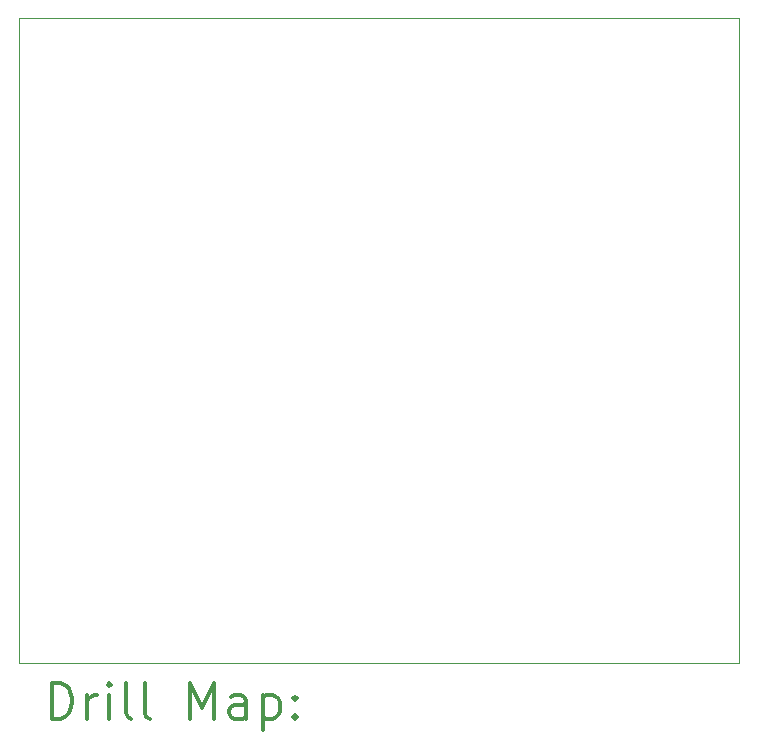
<source format=gbr>
%FSLAX45Y45*%
G04 Gerber Fmt 4.5, Leading zero omitted, Abs format (unit mm)*
G04 Created by KiCad (PCBNEW (5.1.12)-1) date 2022-05-14 07:58:42*
%MOMM*%
%LPD*%
G01*
G04 APERTURE LIST*
%TA.AperFunction,Profile*%
%ADD10C,0.100000*%
%TD*%
%ADD11C,0.200000*%
%ADD12C,0.300000*%
G04 APERTURE END LIST*
D10*
X14732000Y-6858000D02*
X14732000Y-12319000D01*
X8636000Y-6858000D02*
X14732000Y-6858000D01*
X8636000Y-12319000D02*
X8636000Y-6858000D01*
X14732000Y-12319000D02*
X8636000Y-12319000D01*
D11*
D12*
X8917428Y-12789714D02*
X8917428Y-12489714D01*
X8988857Y-12489714D01*
X9031714Y-12504000D01*
X9060286Y-12532571D01*
X9074571Y-12561143D01*
X9088857Y-12618286D01*
X9088857Y-12661143D01*
X9074571Y-12718286D01*
X9060286Y-12746857D01*
X9031714Y-12775429D01*
X8988857Y-12789714D01*
X8917428Y-12789714D01*
X9217428Y-12789714D02*
X9217428Y-12589714D01*
X9217428Y-12646857D02*
X9231714Y-12618286D01*
X9246000Y-12604000D01*
X9274571Y-12589714D01*
X9303143Y-12589714D01*
X9403143Y-12789714D02*
X9403143Y-12589714D01*
X9403143Y-12489714D02*
X9388857Y-12504000D01*
X9403143Y-12518286D01*
X9417428Y-12504000D01*
X9403143Y-12489714D01*
X9403143Y-12518286D01*
X9588857Y-12789714D02*
X9560286Y-12775429D01*
X9546000Y-12746857D01*
X9546000Y-12489714D01*
X9746000Y-12789714D02*
X9717428Y-12775429D01*
X9703143Y-12746857D01*
X9703143Y-12489714D01*
X10088857Y-12789714D02*
X10088857Y-12489714D01*
X10188857Y-12704000D01*
X10288857Y-12489714D01*
X10288857Y-12789714D01*
X10560286Y-12789714D02*
X10560286Y-12632571D01*
X10546000Y-12604000D01*
X10517428Y-12589714D01*
X10460286Y-12589714D01*
X10431714Y-12604000D01*
X10560286Y-12775429D02*
X10531714Y-12789714D01*
X10460286Y-12789714D01*
X10431714Y-12775429D01*
X10417428Y-12746857D01*
X10417428Y-12718286D01*
X10431714Y-12689714D01*
X10460286Y-12675429D01*
X10531714Y-12675429D01*
X10560286Y-12661143D01*
X10703143Y-12589714D02*
X10703143Y-12889714D01*
X10703143Y-12604000D02*
X10731714Y-12589714D01*
X10788857Y-12589714D01*
X10817428Y-12604000D01*
X10831714Y-12618286D01*
X10846000Y-12646857D01*
X10846000Y-12732571D01*
X10831714Y-12761143D01*
X10817428Y-12775429D01*
X10788857Y-12789714D01*
X10731714Y-12789714D01*
X10703143Y-12775429D01*
X10974571Y-12761143D02*
X10988857Y-12775429D01*
X10974571Y-12789714D01*
X10960286Y-12775429D01*
X10974571Y-12761143D01*
X10974571Y-12789714D01*
X10974571Y-12604000D02*
X10988857Y-12618286D01*
X10974571Y-12632571D01*
X10960286Y-12618286D01*
X10974571Y-12604000D01*
X10974571Y-12632571D01*
M02*

</source>
